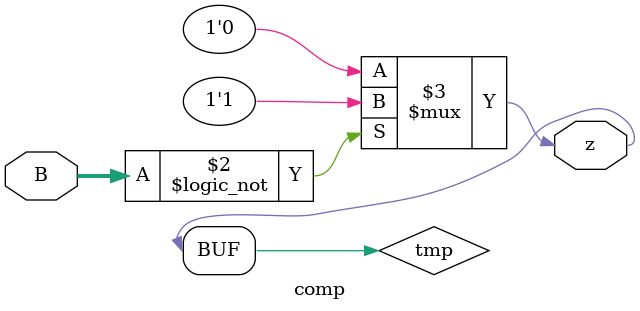
<source format=v>
module comp(B, z);
  input [15:0]B;
  output z;
  reg tmp;
  
  initial tmp = 0;
  assign z = tmp;

    always@(*)
      tmp = (B==0) ? 1'b1 : 1'b0;

endmodule

</source>
